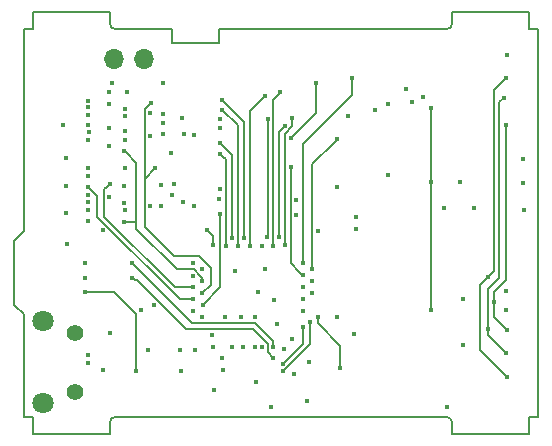
<source format=gbr>
%TF.GenerationSoftware,KiCad,Pcbnew,(5.1.4)-1*%
%TF.CreationDate,2019-12-19T18:18:08-07:00*%
%TF.ProjectId,mainboard,6d61696e-626f-4617-9264-2e6b69636164,rev?*%
%TF.SameCoordinates,Original*%
%TF.FileFunction,Copper,L3,Inr*%
%TF.FilePolarity,Positive*%
%FSLAX46Y46*%
G04 Gerber Fmt 4.6, Leading zero omitted, Abs format (unit mm)*
G04 Created by KiCad (PCBNEW (5.1.4)-1) date 2019-12-19 18:18:08*
%MOMM*%
%LPD*%
G04 APERTURE LIST*
%ADD10C,0.150000*%
%ADD11O,1.700000X1.700000*%
%ADD12C,1.408000*%
%ADD13C,1.800000*%
%ADD14C,0.450000*%
%ADD15C,0.152400*%
G04 APERTURE END LIST*
D10*
X120902460Y-74415942D02*
X120102459Y-74415941D01*
X85102460Y-74415941D02*
G75*
G02X84602460Y-73915941I0J500000D01*
G01*
X113602459Y-73915941D02*
G75*
G02X113102459Y-74415941I-500000J0D01*
G01*
X113102459Y-107215941D02*
G75*
G02X113602459Y-107715941I0J-500000D01*
G01*
X84602460Y-107715941D02*
G75*
G02X85102460Y-107215941I500000J0D01*
G01*
X77340460Y-91475941D02*
X76502460Y-92313941D01*
X77340460Y-98555940D02*
X76502460Y-97790000D01*
X120102460Y-72915941D02*
X113602460Y-72915941D01*
X113602459Y-107715941D02*
X113602460Y-108715941D01*
X85102460Y-107215941D02*
X113102459Y-107215941D01*
X84602460Y-108715941D02*
X84602460Y-107715941D01*
X113602460Y-108715941D02*
X120102459Y-108715940D01*
X113102459Y-74415941D02*
X93872460Y-74415941D01*
X113602460Y-72915941D02*
X113602459Y-73915941D01*
X78102460Y-72915941D02*
X78102460Y-74415941D01*
X93872460Y-74415941D02*
X93872460Y-75565000D01*
X93872460Y-75565000D02*
X89872460Y-75565000D01*
X78102460Y-74415941D02*
X77340460Y-74415941D01*
X77340460Y-74415941D02*
X77340460Y-91475941D01*
X120102460Y-107215940D02*
X120902460Y-107215940D01*
X120102459Y-74415941D02*
X120102460Y-72915941D01*
X89872460Y-75565000D02*
X89872460Y-74415941D01*
X84602460Y-72915941D02*
X78102460Y-72915941D01*
X84602460Y-73915941D02*
X84602460Y-72915941D01*
X89872460Y-74415941D02*
X85102460Y-74415941D01*
X76502460Y-92313941D02*
X76502460Y-97790000D01*
X120902460Y-107215940D02*
X120902460Y-74415942D01*
X78102460Y-107215940D02*
X78102460Y-108715940D01*
X120102459Y-108715940D02*
X120102460Y-107215940D01*
X77340460Y-98555940D02*
X77340460Y-107215940D01*
X78102460Y-108715940D02*
X84602460Y-108715941D01*
X77340460Y-107215940D02*
X78102460Y-107215940D01*
D11*
X87503000Y-76962000D03*
X84963000Y-76962000D03*
D12*
X81687300Y-100088700D03*
X81687300Y-105088700D03*
D13*
X78987300Y-99088700D03*
X78987300Y-106088700D03*
D14*
X98552000Y-97345500D03*
X98742500Y-99377500D03*
X96901000Y-98806000D03*
X95694500Y-98806000D03*
X94361000Y-98806000D03*
X90043000Y-87503000D03*
X90805000Y-89027000D03*
X89852500Y-88455500D03*
X90551000Y-101600000D03*
X91821000Y-101600000D03*
X88925400Y-89331800D03*
X88963500Y-87630000D03*
X90868500Y-83312000D03*
X89090500Y-82359500D03*
X89090500Y-81597500D03*
X89090500Y-83248500D03*
X90741500Y-81915000D03*
X84582000Y-79756000D03*
X93980000Y-82740500D03*
X84582000Y-84264500D03*
X113157000Y-106375200D03*
X82550000Y-95440500D03*
X103822500Y-87757000D03*
X97726500Y-94678500D03*
X97155000Y-96647000D03*
X95250000Y-94869000D03*
X119697500Y-89725500D03*
X118237000Y-76581000D03*
X88328500Y-97726500D03*
X84658200Y-100126800D03*
X93878400Y-88773000D03*
X114554000Y-97202210D03*
X100380800Y-88849200D03*
X100380800Y-90119200D03*
X102260400Y-91465400D03*
X105486200Y-90297000D03*
X105486200Y-91313000D03*
X92456010Y-98806000D03*
X82804014Y-102621513D03*
X91694000Y-98298000D03*
X82804000Y-101981000D03*
X98425000Y-101282506D03*
X86487000Y-94170500D03*
X98422460Y-102207060D03*
X86487000Y-95440500D03*
X98425000Y-92773500D03*
X118173500Y-78549500D03*
X116649500Y-95377000D03*
X99060000Y-79755984D03*
X118237000Y-103886000D03*
X109676362Y-79429379D03*
X98933000Y-92011500D03*
X118173500Y-82550000D03*
X117157500Y-97536000D03*
X110224690Y-80581500D03*
X99441000Y-82613500D03*
X118237000Y-99885496D03*
X99441000Y-92710000D03*
X116649500Y-99758500D03*
X111125000Y-80136986D03*
X100076000Y-81915000D03*
X117983000Y-80200500D03*
X118173500Y-101853990D03*
X96901000Y-101282500D03*
X97472500Y-92773500D03*
X100965000Y-97282000D03*
X101282500Y-105918000D03*
X93238320Y-100304600D03*
X97028000Y-104267000D03*
X93472000Y-104965488D03*
X91757500Y-89408000D03*
X86029456Y-79676658D03*
X82550000Y-94170500D03*
X87249000Y-98171000D03*
X105283000Y-100203000D03*
X80962500Y-92583000D03*
X80899000Y-89979500D03*
X100203000Y-103568500D03*
X80899006Y-87693500D03*
X80899000Y-85344000D03*
X87884000Y-101600000D03*
X97519590Y-101282500D03*
X112903000Y-89535000D03*
X101473000Y-102616000D03*
X98298000Y-106426000D03*
X100965000Y-98297998D03*
X114236500Y-87376000D03*
X80645000Y-82550000D03*
X104775000Y-81724500D03*
X107061000Y-81216500D03*
X108204000Y-80708500D03*
X108204000Y-86741000D03*
X91757500Y-83375500D03*
X95885000Y-101282500D03*
X99363750Y-101489357D03*
X114490500Y-101155500D03*
X82804000Y-81661000D03*
X84582000Y-82740500D03*
X94932500Y-101282500D03*
X103860600Y-98729800D03*
X101727008Y-96774000D03*
X118173500Y-96583500D03*
X94170500Y-103251000D03*
X86804506Y-103314500D03*
X82550000Y-96647000D03*
X94107000Y-102235000D03*
X90678000Y-103378000D03*
X84836000Y-78930506D03*
X99949000Y-83629500D03*
X102044504Y-78930500D03*
X89789000Y-84899500D03*
X89154000Y-78930500D03*
X92432267Y-94742000D03*
X82804000Y-90678000D03*
X99314000Y-102742990D03*
X82804000Y-86868000D03*
X100966697Y-99584812D03*
X91694000Y-94234000D03*
X84048600Y-91414600D03*
X99314000Y-103378000D03*
X82804000Y-86169500D03*
X101599996Y-99170710D03*
X91694000Y-96266000D03*
X84585924Y-87501373D03*
X91694000Y-97282000D03*
X82804000Y-87757000D03*
X97917000Y-92011500D03*
X97980500Y-82042000D03*
X96456500Y-92773500D03*
X97734479Y-80062489D03*
X94429956Y-92773893D03*
X93980000Y-84963000D03*
X94932500Y-92075000D03*
X93980000Y-84074000D03*
X95440500Y-92773500D03*
X94107000Y-81216500D03*
X95948500Y-92075000D03*
X94107000Y-80390996D03*
X84582000Y-88613490D03*
X93378020Y-92661740D03*
X92811592Y-91363800D03*
X92468946Y-97738216D03*
X93980000Y-90068400D03*
X100076000Y-100656621D03*
X118173500Y-98170998D03*
X104114600Y-103073200D03*
X102234994Y-98742500D03*
X100965000Y-94234000D03*
X105092500Y-78549500D03*
X101727000Y-94742000D03*
X103886000Y-83692999D03*
X100965000Y-96266000D03*
X119634000Y-87439500D03*
X101727000Y-95758000D03*
X119634000Y-85407500D03*
X115474750Y-89566750D03*
X92456000Y-96774000D03*
X88080216Y-80645000D03*
X88455500Y-86169500D03*
X92455988Y-95758000D03*
X85800000Y-84690000D03*
X85790000Y-90730000D03*
X93345000Y-101346010D03*
X84074000Y-103271320D03*
X82804000Y-89731013D03*
X85914447Y-81152697D03*
X82799602Y-80449005D03*
X82804000Y-81026000D03*
X85911406Y-81782581D03*
X85915500Y-83058000D03*
X82804000Y-82550000D03*
X85915500Y-83756500D03*
X82812548Y-83126949D03*
X85852000Y-89154000D03*
X82804000Y-88449987D03*
X85864170Y-89740335D03*
X82804000Y-89027000D03*
X85863655Y-86122290D03*
X84582000Y-80772000D03*
X82804000Y-83756500D03*
X100965000Y-95250000D03*
X99949000Y-86042500D03*
X88027290Y-83438998D03*
X88027290Y-81470500D03*
X88011000Y-89408000D03*
X85788500Y-87693496D03*
X91675689Y-95268311D03*
X111823500Y-81089500D03*
X111823504Y-98171000D03*
X111823500Y-87376000D03*
X93916500Y-81978500D03*
X93916500Y-87947500D03*
D15*
X91567000Y-99250500D02*
X86487000Y-94170500D01*
X96901000Y-99250500D02*
X91567000Y-99250500D01*
X98425000Y-101282506D02*
X98425000Y-100774500D01*
X98425000Y-100774500D02*
X96901000Y-99250500D01*
X86711999Y-95665499D02*
X86487000Y-95440500D01*
X97980500Y-101765100D02*
X97980500Y-101030500D01*
X98422460Y-102207060D02*
X97980500Y-101765100D01*
X96750000Y-99800000D02*
X91035738Y-99800000D01*
X91035738Y-99800000D02*
X86901237Y-95665499D01*
X97980500Y-101030500D02*
X96750000Y-99800000D01*
X86901237Y-95665499D02*
X86711999Y-95665499D01*
X116649500Y-95377000D02*
X117157500Y-94869000D01*
X117157500Y-79565500D02*
X118173500Y-78549500D01*
X117157500Y-94869000D02*
X117157500Y-79565500D01*
X99123500Y-79819484D02*
X99060000Y-79755984D01*
X98996500Y-79819484D02*
X99123500Y-79819484D01*
X98425000Y-92773500D02*
X98425000Y-80390984D01*
X98425000Y-80390984D02*
X98996500Y-79819484D01*
X115951000Y-101600000D02*
X118237000Y-103886000D01*
X116649500Y-95377000D02*
X115951000Y-96075500D01*
X115951000Y-96075500D02*
X115951000Y-101600000D01*
X118173500Y-95631000D02*
X118173500Y-82550000D01*
X117157500Y-97536000D02*
X117157500Y-96647000D01*
X117157500Y-96647000D02*
X118173500Y-95631000D01*
X98933000Y-92011500D02*
X98933000Y-83121500D01*
X98933000Y-83121500D02*
X99441000Y-82613500D01*
X117157500Y-98805996D02*
X118237000Y-99885496D01*
X117157500Y-97536000D02*
X117157500Y-98805996D01*
X99441000Y-92710000D02*
X99441000Y-83247240D01*
X100076000Y-82612240D02*
X100076000Y-81915000D01*
X99441000Y-83247240D02*
X100076000Y-82612240D01*
X116649500Y-96417677D02*
X117602000Y-95465177D01*
X116649500Y-99758500D02*
X116649500Y-96417677D01*
X117602000Y-95465177D02*
X117602000Y-80581500D01*
X117602000Y-80581500D02*
X117983000Y-80200500D01*
X116649500Y-99758500D02*
X116649500Y-100329990D01*
X116649500Y-100329990D02*
X118173500Y-101853990D01*
X84963000Y-96647000D02*
X82550000Y-96647000D01*
X86804506Y-103314500D02*
X86804506Y-98488506D01*
X86804506Y-98488506D02*
X84963000Y-96647000D01*
X102044504Y-81533996D02*
X102044504Y-78930500D01*
X99949000Y-83629500D02*
X102044504Y-81533996D01*
X99314000Y-102742990D02*
X100966697Y-101090293D01*
X100966697Y-101090293D02*
X100966697Y-99584812D01*
X99314000Y-103378000D02*
X101599996Y-101092004D01*
X101599996Y-101092004D02*
X101599996Y-99170710D01*
X84360925Y-87726372D02*
X84585924Y-87501373D01*
X84124811Y-87962486D02*
X84360925Y-87726372D01*
X84124811Y-90279254D02*
X84124811Y-87962486D01*
X91694000Y-96266000D02*
X90111557Y-96266000D01*
X90111557Y-96266000D02*
X84124811Y-90279254D01*
X83566000Y-88519000D02*
X82804000Y-87757000D01*
X83566000Y-90297000D02*
X83566000Y-88519000D01*
X91694000Y-97282000D02*
X90551000Y-97282000D01*
X90551000Y-97282000D02*
X83566000Y-90297000D01*
X97980500Y-82816700D02*
X97980500Y-82042000D01*
X97917000Y-92011500D02*
X97980500Y-91948000D01*
X97980500Y-91948000D02*
X97980500Y-82816700D01*
X96456500Y-92773500D02*
X96456500Y-81340468D01*
X96456500Y-81340468D02*
X97734479Y-80062489D01*
X94429956Y-92773893D02*
X94429956Y-85412956D01*
X94429956Y-85412956D02*
X94204999Y-85187999D01*
X94204999Y-85187999D02*
X93980000Y-84963000D01*
X94932500Y-92075000D02*
X94932500Y-85026500D01*
X94932500Y-85026500D02*
X93980000Y-84074000D01*
X95440500Y-82550000D02*
X94107000Y-81216500D01*
X95440500Y-92773500D02*
X95440500Y-82550000D01*
X95948500Y-92075000D02*
X95948500Y-82232496D01*
X95199200Y-81483196D02*
X94107000Y-80390996D01*
X95948500Y-82232496D02*
X95199200Y-81483196D01*
X92811606Y-91363814D02*
X92811592Y-91363800D01*
X93378020Y-91930228D02*
X92811606Y-91363814D01*
X93378020Y-92661740D02*
X93378020Y-91930228D01*
X93980000Y-93200220D02*
X93980000Y-90068400D01*
X92468946Y-97738216D02*
X93980000Y-96227162D01*
X93980000Y-96227162D02*
X93980000Y-93200220D01*
X104114600Y-103073200D02*
X104114600Y-101193600D01*
X102234994Y-99313994D02*
X102234994Y-98742500D01*
X104114600Y-101193600D02*
X102234994Y-99313994D01*
X105092500Y-80010000D02*
X105092500Y-78549500D01*
X100965000Y-94234000D02*
X100965000Y-84137500D01*
X100965000Y-84137500D02*
X105092500Y-80010000D01*
X101727000Y-85851999D02*
X103661001Y-83917998D01*
X101727000Y-94742000D02*
X101727000Y-85851999D01*
X103661001Y-83917998D02*
X103886000Y-83692999D01*
X93139888Y-94620708D02*
X93139888Y-96090112D01*
X92128340Y-93609160D02*
X93139888Y-94620708D01*
X87566500Y-81158716D02*
X87566500Y-84899500D01*
X88080216Y-80645000D02*
X87566500Y-81158716D01*
X93139888Y-96090112D02*
X92456000Y-96774000D01*
X87566500Y-84899500D02*
X87566506Y-84899506D01*
X87566506Y-91147906D02*
X90027760Y-93609160D01*
X90027760Y-93609160D02*
X92128340Y-93609160D01*
X87566506Y-84899506D02*
X87566506Y-86398106D01*
X87566506Y-86398106D02*
X87566506Y-91147906D01*
X87566506Y-87058494D02*
X87566506Y-87147400D01*
X88455500Y-86169500D02*
X87566506Y-87058494D01*
X92455988Y-95439802D02*
X92286506Y-95270320D01*
X92286506Y-95270320D02*
X92283280Y-95270320D01*
X92283280Y-95270320D02*
X91719400Y-94706440D01*
X92455988Y-95758000D02*
X92455988Y-95439802D01*
X91719400Y-94706440D02*
X90261440Y-94706440D01*
X90261440Y-94706440D02*
X86868000Y-91313000D01*
X86868000Y-91313000D02*
X86868000Y-90682000D01*
X86868000Y-90682000D02*
X86868000Y-85758000D01*
X86868000Y-85758000D02*
X86024999Y-84914999D01*
X86024999Y-84914999D02*
X85800000Y-84690000D01*
X86820000Y-90730000D02*
X86108198Y-90730000D01*
X86108198Y-90730000D02*
X85790000Y-90730000D01*
X86868000Y-90682000D02*
X86820000Y-90730000D01*
X99949000Y-94231460D02*
X99949000Y-86042500D01*
X100740001Y-95022461D02*
X99949000Y-94231460D01*
X100965000Y-95250000D02*
X100740001Y-95025001D01*
X100740001Y-95025001D02*
X100740001Y-95022461D01*
X111823500Y-98170996D02*
X111823504Y-98171000D01*
X111823500Y-81089500D02*
X111823500Y-87376000D01*
X111823500Y-87376000D02*
X111823500Y-98170996D01*
M02*

</source>
